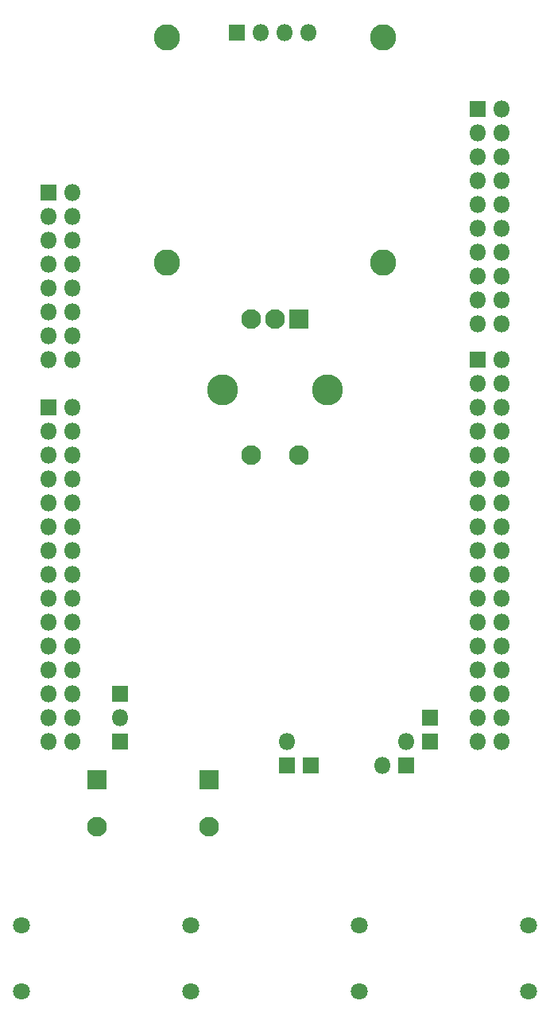
<source format=gbr>
%TF.GenerationSoftware,KiCad,Pcbnew,(5.1.6)-1*%
%TF.CreationDate,2021-01-03T17:25:39+01:00*%
%TF.ProjectId,Nucleo144_DSP,4e75636c-656f-4313-9434-5f4453502e6b,rev?*%
%TF.SameCoordinates,Original*%
%TF.FileFunction,Soldermask,Bot*%
%TF.FilePolarity,Negative*%
%FSLAX46Y46*%
G04 Gerber Fmt 4.6, Leading zero omitted, Abs format (unit mm)*
G04 Created by KiCad (PCBNEW (5.1.6)-1) date 2021-01-03 17:25:39*
%MOMM*%
%LPD*%
G01*
G04 APERTURE LIST*
%ADD10C,2.800000*%
%ADD11R,2.100000X2.100000*%
%ADD12C,2.100000*%
%ADD13R,1.800000X1.800000*%
%ADD14O,1.800000X1.800000*%
%ADD15C,3.300000*%
%ADD16C,1.800000*%
G04 APERTURE END LIST*
D10*
%TO.C,REF\u002A\u002A*%
X124500000Y-86000000D03*
%TD*%
%TO.C,REF\u002A\u002A*%
X124500000Y-62000000D03*
%TD*%
%TO.C,REF\u002A\u002A*%
X147500000Y-86000000D03*
%TD*%
%TO.C,REF\u002A\u002A*%
X147500000Y-62000000D03*
%TD*%
D11*
%TO.C,C16*%
X117000000Y-141000000D03*
D12*
X117000000Y-146000000D03*
%TD*%
%TO.C,C15*%
X129000000Y-146000000D03*
D11*
X129000000Y-141000000D03*
%TD*%
D13*
%TO.C,J1*%
X111870000Y-78560000D03*
D14*
X114410000Y-78560000D03*
X111870000Y-81100000D03*
X114410000Y-81100000D03*
X111870000Y-83640000D03*
X114410000Y-83640000D03*
X111870000Y-86180000D03*
X114410000Y-86180000D03*
X111870000Y-88720000D03*
X114410000Y-88720000D03*
X111870000Y-91260000D03*
X114410000Y-91260000D03*
X111870000Y-93800000D03*
X114410000Y-93800000D03*
X111870000Y-96340000D03*
X114410000Y-96340000D03*
%TD*%
D13*
%TO.C,J2*%
X157590000Y-69670000D03*
D14*
X160130000Y-69670000D03*
X157590000Y-72210000D03*
X160130000Y-72210000D03*
X157590000Y-74750000D03*
X160130000Y-74750000D03*
X157590000Y-77290000D03*
X160130000Y-77290000D03*
X157590000Y-79830000D03*
X160130000Y-79830000D03*
X157590000Y-82370000D03*
X160130000Y-82370000D03*
X157590000Y-84910000D03*
X160130000Y-84910000D03*
X157590000Y-87450000D03*
X160130000Y-87450000D03*
X157590000Y-89990000D03*
X160130000Y-89990000D03*
X157590000Y-92530000D03*
X160130000Y-92530000D03*
%TD*%
D13*
%TO.C,J3*%
X157590000Y-96340000D03*
D14*
X160130000Y-96340000D03*
X157590000Y-98880000D03*
X160130000Y-98880000D03*
X157590000Y-101420000D03*
X160130000Y-101420000D03*
X157590000Y-103960000D03*
X160130000Y-103960000D03*
X157590000Y-106500000D03*
X160130000Y-106500000D03*
X157590000Y-109040000D03*
X160130000Y-109040000D03*
X157590000Y-111580000D03*
X160130000Y-111580000D03*
X157590000Y-114120000D03*
X160130000Y-114120000D03*
X157590000Y-116660000D03*
X160130000Y-116660000D03*
X157590000Y-119200000D03*
X160130000Y-119200000D03*
X157590000Y-121740000D03*
X160130000Y-121740000D03*
X157590000Y-124280000D03*
X160130000Y-124280000D03*
X157590000Y-126820000D03*
X160130000Y-126820000D03*
X157590000Y-129360000D03*
X160130000Y-129360000D03*
X157590000Y-131900000D03*
X160130000Y-131900000D03*
X157590000Y-134440000D03*
X160130000Y-134440000D03*
X157590000Y-136980000D03*
X160130000Y-136980000D03*
%TD*%
D13*
%TO.C,J4*%
X111870000Y-101420000D03*
D14*
X114410000Y-101420000D03*
X111870000Y-103960000D03*
X114410000Y-103960000D03*
X111870000Y-106500000D03*
X114410000Y-106500000D03*
X111870000Y-109040000D03*
X114410000Y-109040000D03*
X111870000Y-111580000D03*
X114410000Y-111580000D03*
X111870000Y-114120000D03*
X114410000Y-114120000D03*
X111870000Y-116660000D03*
X114410000Y-116660000D03*
X111870000Y-119200000D03*
X114410000Y-119200000D03*
X111870000Y-121740000D03*
X114410000Y-121740000D03*
X111870000Y-124280000D03*
X114410000Y-124280000D03*
X111870000Y-126820000D03*
X114410000Y-126820000D03*
X111870000Y-129360000D03*
X114410000Y-129360000D03*
X111870000Y-131900000D03*
X114410000Y-131900000D03*
X111870000Y-134440000D03*
X114410000Y-134440000D03*
X111870000Y-136980000D03*
X114410000Y-136980000D03*
%TD*%
D12*
%TO.C,SW1*%
X133500000Y-106500000D03*
X138500000Y-106500000D03*
D15*
X130400000Y-99500000D03*
X141600000Y-99500000D03*
D12*
X133500000Y-92000000D03*
X136000000Y-92000000D03*
D11*
X138500000Y-92000000D03*
%TD*%
D16*
%TO.C,X1*%
X145000000Y-156500000D03*
X145000000Y-163500000D03*
%TD*%
%TO.C,X2*%
X163000000Y-163500000D03*
X163000000Y-156500000D03*
%TD*%
%TO.C,X4*%
X109000000Y-163500000D03*
X109000000Y-156500000D03*
%TD*%
%TO.C,X3*%
X127000000Y-156500000D03*
X127000000Y-163500000D03*
%TD*%
D14*
%TO.C,J5*%
X147430000Y-139520000D03*
D13*
X149970000Y-139520000D03*
%TD*%
D14*
%TO.C,J6*%
X149970000Y-136980000D03*
D13*
X152510000Y-136980000D03*
%TD*%
%TO.C,J7*%
X152510000Y-134440000D03*
%TD*%
%TO.C,J8*%
X137270000Y-139520000D03*
D14*
X137270000Y-136980000D03*
%TD*%
D13*
%TO.C,J9*%
X139810000Y-139520000D03*
%TD*%
%TO.C,J10*%
X119490000Y-136980000D03*
D14*
X119490000Y-134440000D03*
%TD*%
D13*
%TO.C,J11*%
X119490000Y-131900000D03*
%TD*%
%TO.C,U2*%
X131920000Y-61500000D03*
D14*
X134460000Y-61500000D03*
X137000000Y-61500000D03*
X139540000Y-61500000D03*
%TD*%
M02*

</source>
